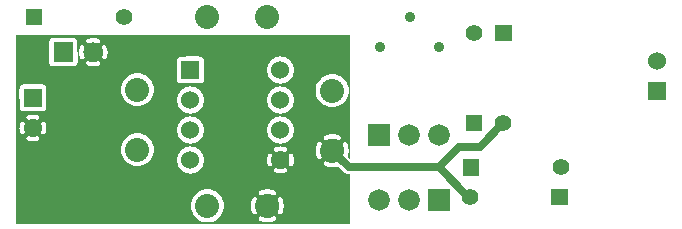
<source format=gbr>
G04 start of page 3 for group 1 idx 1 *
G04 Title: OpenTDCS, v4, solder *
G04 Creator: pcb 1.99z *
G04 CreationDate: Thu 16 May 2013 08:09:45 PM GMT UTC *
G04 For: nock *
G04 Format: Gerber/RS-274X *
G04 PCB-Dimensions (mil): 2250.00 850.00 *
G04 PCB-Coordinate-Origin: lower left *
%MOIN*%
%FSLAX25Y25*%
%LNBOTTOM*%
%ADD40C,0.0420*%
%ADD39C,0.0200*%
%ADD38C,0.0430*%
%ADD37C,0.0300*%
%ADD36C,0.0380*%
%ADD35C,0.0350*%
%ADD34C,0.0280*%
%ADD33C,0.0720*%
%ADD32C,0.0360*%
%ADD31C,0.0650*%
%ADD30C,0.0550*%
%ADD29C,0.0800*%
%ADD28C,0.0600*%
%ADD27C,0.0250*%
%ADD26C,0.0001*%
G54D26*G36*
X109243Y28362D02*X109999Y27606D01*
X109999Y27606D01*
X109627Y27553D01*
X109252Y27535D01*
X109243Y27536D01*
Y28362D01*
G37*
G36*
Y70236D02*X115157D01*
Y28812D01*
X114394Y29575D01*
X114541Y30004D01*
X114661Y30507D01*
X114734Y31019D01*
X114758Y31535D01*
X114734Y32052D01*
X114661Y32564D01*
X114541Y33066D01*
X114374Y33556D01*
X114162Y34027D01*
X114101Y34129D01*
X114024Y34219D01*
X113934Y34296D01*
X113832Y34359D01*
X113723Y34404D01*
X113607Y34432D01*
X113489Y34442D01*
X113371Y34433D01*
X113255Y34405D01*
X113145Y34360D01*
X113044Y34298D01*
X112954Y34221D01*
X112876Y34131D01*
X112814Y34030D01*
X112768Y33920D01*
X112741Y33805D01*
X112731Y33686D01*
X112740Y33568D01*
X112768Y33452D01*
X112815Y33344D01*
X112973Y33003D01*
X113094Y32648D01*
X113182Y32282D01*
X113234Y31911D01*
X113252Y31535D01*
X113234Y31160D01*
X113182Y30788D01*
X113181Y30788D01*
X110843Y33126D01*
X110579Y33361D01*
X110277Y33546D01*
X109949Y33682D01*
X109605Y33765D01*
X109252Y33792D01*
X109243Y33792D01*
Y35535D01*
X109252Y35535D01*
X109627Y35518D01*
X109999Y35465D01*
X110364Y35378D01*
X110720Y35256D01*
X111062Y35102D01*
X111170Y35055D01*
X111285Y35028D01*
X111403Y35019D01*
X111520Y35028D01*
X111635Y35056D01*
X111744Y35101D01*
X111845Y35163D01*
X111934Y35240D01*
X112011Y35330D01*
X112072Y35431D01*
X112117Y35540D01*
X112145Y35655D01*
X112154Y35772D01*
X112144Y35890D01*
X112117Y36005D01*
X112071Y36114D01*
X112009Y36214D01*
X111933Y36304D01*
X111843Y36381D01*
X111741Y36440D01*
X111272Y36657D01*
X110783Y36824D01*
X110280Y36945D01*
X109768Y37017D01*
X109252Y37042D01*
X109243Y37041D01*
Y46019D01*
X109252Y46018D01*
X110115Y46086D01*
X110957Y46288D01*
X111757Y46620D01*
X112495Y47072D01*
X113153Y47634D01*
X113715Y48293D01*
X114168Y49031D01*
X114499Y49831D01*
X114701Y50672D01*
X114752Y51535D01*
X114701Y52398D01*
X114499Y53240D01*
X114168Y54040D01*
X113715Y54778D01*
X113153Y55437D01*
X112495Y55999D01*
X111757Y56451D01*
X110957Y56782D01*
X110115Y56984D01*
X109252Y57052D01*
X109243Y57052D01*
Y70236D01*
G37*
G36*
X115157Y7244D02*X109243D01*
Y26030D01*
X109252Y26029D01*
X109768Y26054D01*
X110280Y26126D01*
X110783Y26246D01*
X111212Y26393D01*
X113189Y24416D01*
X113247Y24349D01*
X113516Y24119D01*
X113516Y24119D01*
X113703Y24004D01*
X113818Y23934D01*
X114145Y23798D01*
X114489Y23716D01*
X114489D01*
X114843Y23688D01*
X114931Y23695D01*
X115157D01*
Y7244D01*
G37*
G36*
X104759Y70236D02*X109243D01*
Y57052D01*
X108389Y56984D01*
X107547Y56782D01*
X106747Y56451D01*
X106009Y55999D01*
X105351Y55437D01*
X104789Y54778D01*
X104759Y54731D01*
Y70236D01*
G37*
G36*
X109243Y7244D02*X104759D01*
Y28676D01*
X104781Y28667D01*
X104897Y28639D01*
X105015Y28629D01*
X105133Y28638D01*
X105249Y28666D01*
X105359Y28711D01*
X105460Y28773D01*
X105550Y28850D01*
X105628Y28940D01*
X105690Y29041D01*
X105735Y29151D01*
X105763Y29266D01*
X105773Y29385D01*
X105764Y29503D01*
X105736Y29619D01*
X105689Y29727D01*
X105531Y30068D01*
X105410Y30423D01*
X105322Y30788D01*
X105270Y31160D01*
X105252Y31535D01*
X105270Y31911D01*
X105322Y32282D01*
X105410Y32648D01*
X105531Y33003D01*
X105685Y33346D01*
X105732Y33454D01*
X105759Y33569D01*
X105768Y33686D01*
X105759Y33804D01*
X105731Y33919D01*
X105686Y34028D01*
X105624Y34128D01*
X105547Y34218D01*
X105457Y34294D01*
X105357Y34356D01*
X105247Y34401D01*
X105133Y34428D01*
X105015Y34437D01*
X104897Y34428D01*
X104783Y34400D01*
X104759Y34390D01*
Y48340D01*
X104789Y48293D01*
X105351Y47634D01*
X106009Y47072D01*
X106747Y46620D01*
X107547Y46288D01*
X108389Y46086D01*
X109243Y46019D01*
Y37041D01*
X108736Y37017D01*
X108224Y36945D01*
X107721Y36824D01*
X107232Y36657D01*
X106760Y36445D01*
X106659Y36384D01*
X106568Y36307D01*
X106491Y36217D01*
X106429Y36116D01*
X106383Y36006D01*
X106355Y35891D01*
X106346Y35772D01*
X106355Y35654D01*
X106382Y35539D01*
X106428Y35429D01*
X106489Y35327D01*
X106566Y35237D01*
X106657Y35160D01*
X106758Y35098D01*
X106867Y35052D01*
X106983Y35024D01*
X107101Y35014D01*
X107220Y35024D01*
X107335Y35051D01*
X107444Y35098D01*
X107784Y35256D01*
X108140Y35378D01*
X108505Y35465D01*
X108877Y35518D01*
X109243Y35535D01*
Y33792D01*
X108899Y33765D01*
X108555Y33682D01*
X108227Y33546D01*
X107925Y33361D01*
X107656Y33131D01*
X107426Y32862D01*
X107241Y32560D01*
X107105Y32233D01*
X107023Y31888D01*
X106995Y31535D01*
X107023Y31182D01*
X107105Y30838D01*
X107241Y30511D01*
X107426Y30209D01*
X107661Y29944D01*
X109243Y28362D01*
Y27536D01*
X108877Y27553D01*
X108505Y27606D01*
X108140Y27693D01*
X107784Y27814D01*
X107442Y27968D01*
X107334Y28016D01*
X107219Y28043D01*
X107101Y28052D01*
X106984Y28042D01*
X106869Y28015D01*
X106760Y27969D01*
X106659Y27908D01*
X106570Y27831D01*
X106493Y27741D01*
X106432Y27640D01*
X106387Y27531D01*
X106359Y27416D01*
X106350Y27298D01*
X106360Y27181D01*
X106387Y27066D01*
X106433Y26957D01*
X106495Y26856D01*
X106571Y26767D01*
X106661Y26690D01*
X106763Y26631D01*
X107232Y26413D01*
X107721Y26246D01*
X108224Y26126D01*
X108736Y26054D01*
X109243Y26030D01*
Y7244D01*
G37*
G36*
X104759D02*X95621D01*
Y26278D01*
X95664Y26285D01*
X95776Y26323D01*
X95881Y26377D01*
X95976Y26447D01*
X96058Y26531D01*
X96127Y26627D01*
X96178Y26734D01*
X96326Y27141D01*
X96430Y27562D01*
X96492Y27992D01*
X96513Y28425D01*
X96492Y28859D01*
X96430Y29288D01*
X96326Y29709D01*
X96183Y30119D01*
X96130Y30225D01*
X96061Y30322D01*
X95978Y30406D01*
X95882Y30476D01*
X95777Y30531D01*
X95665Y30569D01*
X95621Y30576D01*
Y35727D01*
X95660Y35772D01*
X96030Y36376D01*
X96301Y37030D01*
X96466Y37719D01*
X96508Y38425D01*
X96466Y39131D01*
X96301Y39820D01*
X96030Y40474D01*
X95660Y41078D01*
X95621Y41124D01*
Y45727D01*
X95660Y45772D01*
X96030Y46376D01*
X96301Y47030D01*
X96466Y47719D01*
X96508Y48425D01*
X96466Y49131D01*
X96301Y49820D01*
X96030Y50474D01*
X95660Y51078D01*
X95621Y51124D01*
Y55727D01*
X95660Y55772D01*
X96030Y56376D01*
X96301Y57030D01*
X96466Y57719D01*
X96508Y58425D01*
X96466Y59131D01*
X96301Y59820D01*
X96030Y60474D01*
X95660Y61078D01*
X95621Y61124D01*
Y70236D01*
X104759D01*
Y54731D01*
X104336Y54040D01*
X104005Y53240D01*
X103803Y52398D01*
X103735Y51535D01*
X103803Y50672D01*
X104005Y49831D01*
X104336Y49031D01*
X104759Y48340D01*
Y34390D01*
X104674Y34355D01*
X104573Y34293D01*
X104483Y34216D01*
X104407Y34126D01*
X104347Y34024D01*
X104130Y33556D01*
X103963Y33066D01*
X103843Y32564D01*
X103770Y32052D01*
X103746Y31535D01*
X103770Y31019D01*
X103843Y30507D01*
X103963Y30004D01*
X104130Y29515D01*
X104342Y29044D01*
X104403Y28942D01*
X104480Y28852D01*
X104570Y28774D01*
X104672Y28712D01*
X104759Y28676D01*
Y7244D01*
G37*
G36*
X95621Y61124D02*X95200Y61617D01*
X94661Y62077D01*
X94057Y62447D01*
X93403Y62718D01*
X92714Y62884D01*
X92010Y62939D01*
Y70236D01*
X95621D01*
Y61124D01*
G37*
G36*
Y51124D02*X95200Y51617D01*
X94661Y52077D01*
X94057Y52447D01*
X93403Y52718D01*
X92714Y52884D01*
X92010Y52939D01*
Y53911D01*
X92714Y53967D01*
X93403Y54132D01*
X94057Y54403D01*
X94661Y54773D01*
X95200Y55233D01*
X95621Y55727D01*
Y51124D01*
G37*
G36*
Y41124D02*X95200Y41617D01*
X94661Y42077D01*
X94057Y42447D01*
X93403Y42718D01*
X92714Y42884D01*
X92010Y42939D01*
Y43911D01*
X92714Y43967D01*
X93403Y44132D01*
X94057Y44403D01*
X94661Y44773D01*
X95200Y45233D01*
X95621Y45727D01*
Y41124D01*
G37*
G36*
Y7244D02*X92010D01*
Y10271D01*
X92068Y10285D01*
X92177Y10330D01*
X92277Y10392D01*
X92367Y10469D01*
X92444Y10559D01*
X92503Y10661D01*
X92720Y11129D01*
X92887Y11619D01*
X93008Y12121D01*
X93080Y12633D01*
X93104Y13150D01*
X93080Y13666D01*
X93008Y14178D01*
X92887Y14681D01*
X92720Y15170D01*
X92508Y15641D01*
X92447Y15743D01*
X92370Y15833D01*
X92280Y15911D01*
X92179Y15973D01*
X92069Y16018D01*
X92010Y16033D01*
Y23920D01*
X92441Y23941D01*
X92871Y24003D01*
X93292Y24107D01*
X93702Y24250D01*
X93808Y24303D01*
X93904Y24372D01*
X93989Y24455D01*
X94059Y24551D01*
X94114Y24656D01*
X94151Y24768D01*
X94171Y24885D01*
X94171Y25004D01*
X94154Y25121D01*
X94118Y25234D01*
X94065Y25340D01*
X93996Y25437D01*
X93913Y25521D01*
X93817Y25592D01*
X93712Y25646D01*
X93599Y25684D01*
X93482Y25703D01*
X93364Y25704D01*
X93247Y25686D01*
X93134Y25648D01*
X92863Y25550D01*
X92582Y25481D01*
X92296Y25439D01*
X92010Y25425D01*
Y31425D01*
X92296Y31411D01*
X92582Y31370D01*
X92863Y31301D01*
X93136Y31205D01*
X93247Y31167D01*
X93364Y31150D01*
X93482Y31151D01*
X93599Y31170D01*
X93711Y31207D01*
X93815Y31262D01*
X93910Y31332D01*
X93993Y31416D01*
X94062Y31512D01*
X94115Y31617D01*
X94150Y31730D01*
X94168Y31847D01*
X94167Y31965D01*
X94148Y32081D01*
X94111Y32193D01*
X94056Y32298D01*
X93986Y32393D01*
X93902Y32476D01*
X93806Y32544D01*
X93700Y32595D01*
X93292Y32744D01*
X92871Y32847D01*
X92441Y32910D01*
X92010Y32930D01*
Y33911D01*
X92714Y33967D01*
X93403Y34132D01*
X94057Y34403D01*
X94661Y34773D01*
X95200Y35233D01*
X95621Y35727D01*
Y30576D01*
X95548Y30588D01*
X95429Y30589D01*
X95312Y30571D01*
X95199Y30535D01*
X95093Y30482D01*
X94996Y30413D01*
X94912Y30330D01*
X94841Y30235D01*
X94787Y30129D01*
X94749Y30017D01*
X94730Y29900D01*
X94729Y29781D01*
X94747Y29664D01*
X94785Y29552D01*
X94883Y29280D01*
X94952Y29000D01*
X94994Y28714D01*
X95008Y28425D01*
X94994Y28137D01*
X94952Y27851D01*
X94883Y27570D01*
X94788Y27297D01*
X94750Y27186D01*
X94732Y27069D01*
X94733Y26951D01*
X94753Y26835D01*
X94790Y26723D01*
X94844Y26618D01*
X94914Y26523D01*
X94998Y26440D01*
X95094Y26371D01*
X95200Y26318D01*
X95313Y26283D01*
X95429Y26265D01*
X95547Y26266D01*
X95621Y26278D01*
Y7244D01*
G37*
G36*
X88395Y45727D02*X88816Y45233D01*
X89355Y44773D01*
X89959Y44403D01*
X90613Y44132D01*
X91302Y43967D01*
X92008Y43911D01*
X92010Y43911D01*
Y42939D01*
X92008Y42939D01*
X91302Y42884D01*
X90613Y42718D01*
X89959Y42447D01*
X89355Y42077D01*
X88816Y41617D01*
X88395Y41124D01*
Y45727D01*
G37*
G36*
Y55727D02*X88816Y55233D01*
X89355Y54773D01*
X89959Y54403D01*
X90613Y54132D01*
X91302Y53967D01*
X92008Y53911D01*
X92010Y53911D01*
Y52939D01*
X92008Y52939D01*
X91302Y52884D01*
X90613Y52718D01*
X89959Y52447D01*
X89355Y52077D01*
X88816Y51617D01*
X88395Y51124D01*
Y55727D01*
G37*
G36*
Y70236D02*X92010D01*
Y62939D01*
X92008Y62939D01*
X91302Y62884D01*
X90613Y62718D01*
X89959Y62447D01*
X89355Y62077D01*
X88816Y61617D01*
X88395Y61124D01*
Y70236D01*
G37*
G36*
X92010Y7244D02*X88395D01*
Y7708D01*
X88627Y7740D01*
X89129Y7861D01*
X89619Y8028D01*
X90090Y8240D01*
X90192Y8301D01*
X90282Y8378D01*
X90359Y8468D01*
X90422Y8569D01*
X90467Y8679D01*
X90495Y8794D01*
X90505Y8913D01*
X90496Y9031D01*
X90468Y9146D01*
X90423Y9256D01*
X90361Y9358D01*
X90284Y9448D01*
X90194Y9525D01*
X90093Y9588D01*
X89983Y9633D01*
X89868Y9661D01*
X89749Y9671D01*
X89631Y9661D01*
X89515Y9634D01*
X89407Y9587D01*
X89066Y9429D01*
X88711Y9307D01*
X88395Y9232D01*
Y17067D01*
X88711Y16992D01*
X89066Y16871D01*
X89409Y16717D01*
X89517Y16670D01*
X89632Y16642D01*
X89749Y16633D01*
X89867Y16643D01*
X89982Y16670D01*
X90091Y16716D01*
X90191Y16777D01*
X90281Y16854D01*
X90357Y16944D01*
X90419Y17045D01*
X90464Y17154D01*
X90491Y17269D01*
X90500Y17387D01*
X90491Y17504D01*
X90463Y17619D01*
X90418Y17728D01*
X90356Y17829D01*
X90279Y17918D01*
X90189Y17995D01*
X90087Y18054D01*
X89619Y18272D01*
X89129Y18439D01*
X88627Y18559D01*
X88395Y18592D01*
Y26275D01*
X88468Y26262D01*
X88587Y26262D01*
X88704Y26279D01*
X88817Y26315D01*
X88923Y26368D01*
X89020Y26437D01*
X89104Y26520D01*
X89174Y26616D01*
X89229Y26721D01*
X89267Y26834D01*
X89286Y26951D01*
X89287Y27069D01*
X89269Y27187D01*
X89231Y27299D01*
X89132Y27570D01*
X89063Y27851D01*
X89022Y28137D01*
X89008Y28425D01*
X89022Y28714D01*
X89063Y29000D01*
X89132Y29280D01*
X89228Y29553D01*
X89266Y29665D01*
X89283Y29781D01*
X89282Y29899D01*
X89263Y30016D01*
X89226Y30128D01*
X89171Y30233D01*
X89101Y30328D01*
X89017Y30411D01*
X88921Y30479D01*
X88816Y30532D01*
X88703Y30568D01*
X88586Y30585D01*
X88468Y30584D01*
X88395Y30572D01*
Y35727D01*
X88816Y35233D01*
X89355Y34773D01*
X89959Y34403D01*
X90613Y34132D01*
X91302Y33967D01*
X92008Y33911D01*
X92010Y33911D01*
Y32930D01*
X92008Y32930D01*
X91574Y32910D01*
X91145Y32847D01*
X90724Y32744D01*
X90314Y32600D01*
X90208Y32547D01*
X90111Y32478D01*
X90027Y32395D01*
X89957Y32300D01*
X89902Y32194D01*
X89865Y32082D01*
X89845Y31965D01*
X89844Y31846D01*
X89862Y31729D01*
X89898Y31616D01*
X89951Y31510D01*
X90020Y31413D01*
X90103Y31329D01*
X90199Y31259D01*
X90304Y31204D01*
X90416Y31167D01*
X90533Y31147D01*
X90652Y31146D01*
X90769Y31164D01*
X90881Y31202D01*
X91153Y31301D01*
X91433Y31370D01*
X91719Y31411D01*
X92008Y31425D01*
X92010Y31425D01*
Y25425D01*
X92008Y25425D01*
X91719Y25439D01*
X91433Y25481D01*
X91153Y25550D01*
X90880Y25645D01*
X90768Y25683D01*
X90652Y25701D01*
X90534Y25700D01*
X90417Y25680D01*
X90305Y25643D01*
X90200Y25589D01*
X90105Y25519D01*
X90023Y25435D01*
X89954Y25339D01*
X89901Y25233D01*
X89865Y25121D01*
X89848Y25004D01*
X89849Y24886D01*
X89868Y24769D01*
X89905Y24657D01*
X89960Y24553D01*
X90030Y24458D01*
X90114Y24375D01*
X90210Y24306D01*
X90316Y24255D01*
X90724Y24107D01*
X91145Y24003D01*
X91574Y23941D01*
X92008Y23920D01*
X92010Y23920D01*
Y16033D01*
X91954Y16046D01*
X91835Y16056D01*
X91717Y16047D01*
X91602Y16019D01*
X91492Y15974D01*
X91390Y15912D01*
X91300Y15835D01*
X91223Y15745D01*
X91161Y15644D01*
X91115Y15534D01*
X91087Y15419D01*
X91077Y15300D01*
X91087Y15182D01*
X91114Y15066D01*
X91161Y14958D01*
X91319Y14617D01*
X91441Y14262D01*
X91528Y13897D01*
X91581Y13525D01*
X91598Y13150D01*
X91581Y12774D01*
X91528Y12403D01*
X91441Y12037D01*
X91319Y11682D01*
X91165Y11339D01*
X91118Y11231D01*
X91091Y11117D01*
X91082Y10999D01*
X91091Y10881D01*
X91119Y10766D01*
X91164Y10657D01*
X91226Y10557D01*
X91303Y10467D01*
X91393Y10391D01*
X91494Y10329D01*
X91603Y10284D01*
X91718Y10257D01*
X91835Y10248D01*
X91953Y10257D01*
X92010Y10271D01*
Y7244D01*
G37*
G36*
X88395D02*X83106D01*
Y10290D01*
X83128Y10281D01*
X83243Y10253D01*
X83361Y10243D01*
X83480Y10252D01*
X83595Y10280D01*
X83705Y10325D01*
X83806Y10387D01*
X83897Y10464D01*
X83974Y10554D01*
X84036Y10655D01*
X84082Y10765D01*
X84110Y10880D01*
X84119Y10999D01*
X84110Y11117D01*
X84083Y11233D01*
X84035Y11341D01*
X83877Y11682D01*
X83756Y12037D01*
X83669Y12403D01*
X83616Y12774D01*
X83598Y13150D01*
X83616Y13525D01*
X83669Y13897D01*
X83756Y14262D01*
X83877Y14617D01*
X84031Y14960D01*
X84078Y15068D01*
X84106Y15183D01*
X84115Y15300D01*
X84105Y15418D01*
X84078Y15533D01*
X84032Y15642D01*
X83971Y15742D01*
X83894Y15832D01*
X83804Y15909D01*
X83703Y15970D01*
X83594Y16015D01*
X83479Y16042D01*
X83361Y16051D01*
X83244Y16042D01*
X83129Y16014D01*
X83106Y16005D01*
Y70236D01*
X88395D01*
Y61124D01*
X88356Y61078D01*
X87986Y60474D01*
X87715Y59820D01*
X87550Y59131D01*
X87494Y58425D01*
X87550Y57719D01*
X87715Y57030D01*
X87986Y56376D01*
X88356Y55772D01*
X88395Y55727D01*
Y51124D01*
X88356Y51078D01*
X87986Y50474D01*
X87715Y49820D01*
X87550Y49131D01*
X87494Y48425D01*
X87550Y47719D01*
X87715Y47030D01*
X87986Y46376D01*
X88356Y45772D01*
X88395Y45727D01*
Y41124D01*
X88356Y41078D01*
X87986Y40474D01*
X87715Y39820D01*
X87550Y39131D01*
X87494Y38425D01*
X87550Y37719D01*
X87715Y37030D01*
X87986Y36376D01*
X88356Y35772D01*
X88395Y35727D01*
Y30572D01*
X88352Y30565D01*
X88240Y30528D01*
X88135Y30473D01*
X88040Y30403D01*
X87957Y30319D01*
X87889Y30223D01*
X87838Y30117D01*
X87690Y29709D01*
X87586Y29288D01*
X87524Y28859D01*
X87503Y28425D01*
X87524Y27992D01*
X87586Y27562D01*
X87690Y27141D01*
X87833Y26732D01*
X87886Y26625D01*
X87955Y26529D01*
X88038Y26444D01*
X88133Y26374D01*
X88239Y26319D01*
X88351Y26282D01*
X88395Y26275D01*
Y18592D01*
X88115Y18631D01*
X87598Y18656D01*
X87082Y18631D01*
X86570Y18559D01*
X86067Y18439D01*
X85578Y18272D01*
X85107Y18060D01*
X85005Y17998D01*
X84915Y17921D01*
X84837Y17831D01*
X84775Y17730D01*
X84730Y17620D01*
X84702Y17505D01*
X84692Y17387D01*
X84701Y17268D01*
X84729Y17153D01*
X84774Y17043D01*
X84836Y16942D01*
X84913Y16851D01*
X85003Y16774D01*
X85104Y16712D01*
X85214Y16666D01*
X85329Y16638D01*
X85448Y16629D01*
X85566Y16638D01*
X85682Y16665D01*
X85790Y16713D01*
X86131Y16871D01*
X86486Y16992D01*
X86851Y17079D01*
X87223Y17132D01*
X87598Y17150D01*
X87974Y17132D01*
X88345Y17079D01*
X88395Y17067D01*
Y9232D01*
X88345Y9220D01*
X87974Y9167D01*
X87598Y9150D01*
X87223Y9167D01*
X86851Y9220D01*
X86486Y9307D01*
X86131Y9429D01*
X85788Y9583D01*
X85680Y9630D01*
X85565Y9657D01*
X85448Y9666D01*
X85330Y9657D01*
X85215Y9629D01*
X85106Y9584D01*
X85006Y9522D01*
X84916Y9445D01*
X84840Y9355D01*
X84778Y9254D01*
X84733Y9145D01*
X84706Y9030D01*
X84697Y8913D01*
X84706Y8795D01*
X84734Y8680D01*
X84779Y8571D01*
X84841Y8471D01*
X84918Y8381D01*
X85008Y8304D01*
X85109Y8245D01*
X85578Y8028D01*
X86067Y7861D01*
X86570Y7740D01*
X87082Y7668D01*
X87598Y7644D01*
X88115Y7668D01*
X88395Y7708D01*
Y7244D01*
G37*
G36*
X83106D02*X67590D01*
Y7633D01*
X67598Y7633D01*
X68461Y7701D01*
X69303Y7903D01*
X70103Y8234D01*
X70841Y8686D01*
X71500Y9249D01*
X72062Y9907D01*
X72514Y10645D01*
X72845Y11445D01*
X73047Y12287D01*
X73098Y13150D01*
X73047Y14013D01*
X72845Y14854D01*
X72514Y15654D01*
X72062Y16392D01*
X71500Y17051D01*
X70841Y17613D01*
X70103Y18065D01*
X69303Y18397D01*
X68461Y18599D01*
X67598Y18667D01*
X67590Y18666D01*
Y70236D01*
X83106D01*
Y16005D01*
X83020Y15969D01*
X82919Y15907D01*
X82830Y15830D01*
X82753Y15740D01*
X82694Y15639D01*
X82476Y15170D01*
X82309Y14681D01*
X82189Y14178D01*
X82117Y13666D01*
X82092Y13150D01*
X82117Y12633D01*
X82189Y12121D01*
X82309Y11619D01*
X82476Y11129D01*
X82688Y10658D01*
X82750Y10556D01*
X82827Y10466D01*
X82917Y10389D01*
X83018Y10326D01*
X83106Y10290D01*
Y7244D01*
G37*
G36*
X67590D02*X62008D01*
Y23911D01*
X62714Y23967D01*
X63403Y24132D01*
X64057Y24403D01*
X64661Y24773D01*
X65200Y25233D01*
X65660Y25772D01*
X66030Y26376D01*
X66301Y27030D01*
X66466Y27719D01*
X66508Y28425D01*
X66466Y29131D01*
X66301Y29820D01*
X66030Y30474D01*
X65660Y31078D01*
X65200Y31617D01*
X64661Y32077D01*
X64057Y32447D01*
X63403Y32718D01*
X62714Y32884D01*
X62008Y32939D01*
Y33911D01*
X62714Y33967D01*
X63403Y34132D01*
X64057Y34403D01*
X64661Y34773D01*
X65200Y35233D01*
X65660Y35772D01*
X66030Y36376D01*
X66301Y37030D01*
X66466Y37719D01*
X66508Y38425D01*
X66466Y39131D01*
X66301Y39820D01*
X66030Y40474D01*
X65660Y41078D01*
X65200Y41617D01*
X64661Y42077D01*
X64057Y42447D01*
X63403Y42718D01*
X62714Y42884D01*
X62008Y42939D01*
Y43911D01*
X62714Y43967D01*
X63403Y44132D01*
X64057Y44403D01*
X64661Y44773D01*
X65200Y45233D01*
X65660Y45772D01*
X66030Y46376D01*
X66301Y47030D01*
X66466Y47719D01*
X66508Y48425D01*
X66466Y49131D01*
X66301Y49820D01*
X66030Y50474D01*
X65660Y51078D01*
X65200Y51617D01*
X64661Y52077D01*
X64057Y52447D01*
X63403Y52718D01*
X62714Y52884D01*
X62008Y52939D01*
Y53932D01*
X65243Y53939D01*
X65473Y53994D01*
X65691Y54085D01*
X65892Y54208D01*
X66072Y54361D01*
X66225Y54541D01*
X66349Y54742D01*
X66439Y54960D01*
X66494Y55190D01*
X66508Y55425D01*
X66494Y61661D01*
X66439Y61890D01*
X66349Y62108D01*
X66225Y62310D01*
X66072Y62489D01*
X65892Y62642D01*
X65691Y62766D01*
X65473Y62856D01*
X65243Y62911D01*
X65008Y62925D01*
X62008Y62919D01*
Y70236D01*
X67590D01*
Y18666D01*
X66735Y18599D01*
X65894Y18397D01*
X65094Y18065D01*
X64356Y17613D01*
X63697Y17051D01*
X63135Y16392D01*
X62683Y15654D01*
X62351Y14854D01*
X62149Y14013D01*
X62081Y13150D01*
X62149Y12287D01*
X62351Y11445D01*
X62683Y10645D01*
X63135Y9907D01*
X63697Y9249D01*
X64356Y8686D01*
X65094Y8234D01*
X65894Y7903D01*
X66735Y7701D01*
X67590Y7633D01*
Y7244D01*
G37*
G36*
X62008D02*X44283D01*
Y26334D01*
X44291Y26333D01*
X45154Y26401D01*
X45996Y26603D01*
X46796Y26935D01*
X47534Y27387D01*
X48192Y27949D01*
X48755Y28608D01*
X49207Y29346D01*
X49538Y30146D01*
X49740Y30987D01*
X49791Y31850D01*
X49740Y32713D01*
X49538Y33555D01*
X49207Y34355D01*
X48755Y35093D01*
X48192Y35751D01*
X47534Y36314D01*
X46796Y36766D01*
X45996Y37097D01*
X45154Y37299D01*
X44291Y37367D01*
X44283Y37367D01*
Y46334D01*
X44291Y46333D01*
X45154Y46401D01*
X45996Y46603D01*
X46796Y46935D01*
X47534Y47387D01*
X48192Y47949D01*
X48755Y48608D01*
X49207Y49346D01*
X49538Y50146D01*
X49740Y50987D01*
X49791Y51850D01*
X49740Y52713D01*
X49538Y53555D01*
X49207Y54355D01*
X48755Y55093D01*
X48192Y55751D01*
X47534Y56314D01*
X46796Y56766D01*
X45996Y57097D01*
X45154Y57299D01*
X44291Y57367D01*
X44283Y57367D01*
Y70236D01*
X62008D01*
Y62919D01*
X58772Y62911D01*
X58543Y62856D01*
X58325Y62766D01*
X58123Y62642D01*
X57944Y62489D01*
X57791Y62310D01*
X57667Y62108D01*
X57577Y61890D01*
X57522Y61661D01*
X57508Y61425D01*
X57522Y55190D01*
X57577Y54960D01*
X57667Y54742D01*
X57791Y54541D01*
X57944Y54361D01*
X58123Y54208D01*
X58325Y54085D01*
X58543Y53994D01*
X58772Y53939D01*
X59008Y53925D01*
X62008Y53932D01*
Y52939D01*
X61302Y52884D01*
X60613Y52718D01*
X59959Y52447D01*
X59355Y52077D01*
X58816Y51617D01*
X58356Y51078D01*
X57986Y50474D01*
X57715Y49820D01*
X57550Y49131D01*
X57494Y48425D01*
X57550Y47719D01*
X57715Y47030D01*
X57986Y46376D01*
X58356Y45772D01*
X58816Y45233D01*
X59355Y44773D01*
X59959Y44403D01*
X60613Y44132D01*
X61302Y43967D01*
X62008Y43911D01*
Y42939D01*
X61302Y42884D01*
X60613Y42718D01*
X59959Y42447D01*
X59355Y42077D01*
X58816Y41617D01*
X58356Y41078D01*
X57986Y40474D01*
X57715Y39820D01*
X57550Y39131D01*
X57494Y38425D01*
X57550Y37719D01*
X57715Y37030D01*
X57986Y36376D01*
X58356Y35772D01*
X58816Y35233D01*
X59355Y34773D01*
X59959Y34403D01*
X60613Y34132D01*
X61302Y33967D01*
X62008Y33911D01*
Y32939D01*
X61302Y32884D01*
X60613Y32718D01*
X59959Y32447D01*
X59355Y32077D01*
X58816Y31617D01*
X58356Y31078D01*
X57986Y30474D01*
X57715Y29820D01*
X57550Y29131D01*
X57494Y28425D01*
X57550Y27719D01*
X57715Y27030D01*
X57986Y26376D01*
X58356Y25772D01*
X58816Y25233D01*
X59355Y24773D01*
X59959Y24403D01*
X60613Y24132D01*
X61302Y23967D01*
X62008Y23911D01*
Y7244D01*
G37*
G36*
X44283D02*X33438D01*
Y62001D01*
X33550Y62035D01*
X33656Y62087D01*
X33753Y62154D01*
X33837Y62236D01*
X33909Y62330D01*
X33962Y62436D01*
X34121Y62839D01*
X34238Y63256D01*
X34317Y63682D01*
X34356Y64114D01*
Y64547D01*
X34317Y64979D01*
X34238Y65405D01*
X34121Y65823D01*
X33966Y66228D01*
X33911Y66333D01*
X33840Y66427D01*
X33755Y66510D01*
X33658Y66578D01*
X33551Y66630D01*
X33438Y66664D01*
Y70236D01*
X44283D01*
Y57367D01*
X43428Y57299D01*
X42587Y57097D01*
X41787Y56766D01*
X41049Y56314D01*
X40390Y55751D01*
X39828Y55093D01*
X39376Y54355D01*
X39044Y53555D01*
X38842Y52713D01*
X38774Y51850D01*
X38842Y50987D01*
X39044Y50146D01*
X39376Y49346D01*
X39828Y48608D01*
X40390Y47949D01*
X41049Y47387D01*
X41787Y46935D01*
X42587Y46603D01*
X43428Y46401D01*
X44283Y46334D01*
Y37367D01*
X43428Y37299D01*
X42587Y37097D01*
X41787Y36766D01*
X41049Y36314D01*
X40390Y35751D01*
X39828Y35093D01*
X39376Y34355D01*
X39044Y33555D01*
X38842Y32713D01*
X38774Y31850D01*
X38842Y30987D01*
X39044Y30146D01*
X39376Y29346D01*
X39828Y28608D01*
X40390Y27949D01*
X41049Y27387D01*
X41787Y26935D01*
X42587Y26603D01*
X43428Y26401D01*
X44283Y26334D01*
Y7244D01*
G37*
G36*
X33438D02*X29608D01*
Y59581D01*
X29823D01*
X30255Y59620D01*
X30681Y59699D01*
X31098Y59816D01*
X31503Y59971D01*
X31608Y60026D01*
X31703Y60097D01*
X31785Y60182D01*
X31853Y60279D01*
X31905Y60386D01*
X31940Y60499D01*
X31957Y60617D01*
X31954Y60735D01*
X31934Y60852D01*
X31895Y60964D01*
X31839Y61069D01*
X31768Y61164D01*
X31683Y61246D01*
X31586Y61314D01*
X31479Y61366D01*
X31366Y61401D01*
X31248Y61417D01*
X31130Y61415D01*
X31013Y61394D01*
X30902Y61354D01*
X30626Y61245D01*
X30341Y61165D01*
X30050Y61111D01*
X29754Y61084D01*
X29608D01*
Y67577D01*
X29754D01*
X30050Y67550D01*
X30341Y67497D01*
X30626Y67417D01*
X30903Y67311D01*
X31014Y67270D01*
X31130Y67250D01*
X31248Y67248D01*
X31365Y67264D01*
X31478Y67299D01*
X31584Y67350D01*
X31681Y67418D01*
X31766Y67500D01*
X31837Y67594D01*
X31892Y67698D01*
X31930Y67810D01*
X31951Y67926D01*
X31953Y68044D01*
X31937Y68161D01*
X31902Y68274D01*
X31850Y68380D01*
X31783Y68477D01*
X31701Y68562D01*
X31607Y68633D01*
X31501Y68686D01*
X31098Y68845D01*
X30681Y68963D01*
X30255Y69041D01*
X29823Y69081D01*
X29608D01*
Y70236D01*
X33438D01*
Y66664D01*
X33438Y66664D01*
X33320Y66681D01*
X33202Y66679D01*
X33085Y66658D01*
X32973Y66620D01*
X32868Y66564D01*
X32773Y66492D01*
X32691Y66407D01*
X32623Y66310D01*
X32571Y66203D01*
X32536Y66090D01*
X32520Y65973D01*
X32522Y65854D01*
X32543Y65737D01*
X32583Y65626D01*
X32692Y65351D01*
X32772Y65065D01*
X32826Y64774D01*
X32853Y64479D01*
Y64183D01*
X32826Y63887D01*
X32772Y63596D01*
X32692Y63311D01*
X32586Y63034D01*
X32546Y62923D01*
X32525Y62807D01*
X32523Y62689D01*
X32540Y62572D01*
X32574Y62459D01*
X32626Y62353D01*
X32694Y62256D01*
X32776Y62171D01*
X32870Y62100D01*
X32974Y62045D01*
X33086Y62007D01*
X33202Y61986D01*
X33320Y61984D01*
X33437Y62000D01*
X33438Y62001D01*
Y7244D01*
G37*
G36*
X29608D02*X25775D01*
Y61997D01*
X25775Y61997D01*
X25893Y61981D01*
X26011Y61983D01*
X26128Y62003D01*
X26240Y62042D01*
X26345Y62098D01*
X26439Y62169D01*
X26522Y62254D01*
X26590Y62351D01*
X26642Y62458D01*
X26676Y62571D01*
X26693Y62689D01*
X26691Y62807D01*
X26670Y62924D01*
X26629Y63035D01*
X26520Y63311D01*
X26440Y63596D01*
X26387Y63887D01*
X26360Y64183D01*
Y64479D01*
X26387Y64774D01*
X26440Y65065D01*
X26520Y65351D01*
X26626Y65627D01*
X26667Y65738D01*
X26687Y65854D01*
X26689Y65972D01*
X26673Y66089D01*
X26638Y66202D01*
X26587Y66308D01*
X26519Y66405D01*
X26437Y66490D01*
X26343Y66561D01*
X26239Y66616D01*
X26127Y66655D01*
X26011Y66675D01*
X25893Y66678D01*
X25776Y66661D01*
X25775Y66661D01*
Y70236D01*
X29608D01*
Y69081D01*
X29390D01*
X28958Y69041D01*
X28532Y68963D01*
X28114Y68845D01*
X27709Y68691D01*
X27604Y68636D01*
X27510Y68564D01*
X27427Y68479D01*
X27359Y68382D01*
X27307Y68275D01*
X27273Y68162D01*
X27256Y68045D01*
X27258Y67926D01*
X27279Y67809D01*
X27317Y67697D01*
X27373Y67592D01*
X27445Y67498D01*
X27530Y67415D01*
X27627Y67347D01*
X27734Y67295D01*
X27847Y67261D01*
X27964Y67244D01*
X28083Y67246D01*
X28200Y67267D01*
X28311Y67308D01*
X28586Y67417D01*
X28872Y67497D01*
X29163Y67550D01*
X29458Y67577D01*
X29608D01*
Y61084D01*
X29458D01*
X29163Y61111D01*
X28872Y61165D01*
X28586Y61245D01*
X28310Y61351D01*
X28199Y61391D01*
X28083Y61412D01*
X27965Y61414D01*
X27848Y61397D01*
X27735Y61363D01*
X27629Y61311D01*
X27532Y61243D01*
X27447Y61161D01*
X27376Y61067D01*
X27321Y60963D01*
X27282Y60851D01*
X27262Y60735D01*
X27259Y60617D01*
X27276Y60500D01*
X27310Y60387D01*
X27362Y60281D01*
X27430Y60184D01*
X27512Y60100D01*
X27606Y60028D01*
X27711Y59975D01*
X28114Y59816D01*
X28532Y59699D01*
X28958Y59620D01*
X29390Y59581D01*
X29608D01*
Y7244D01*
G37*
G36*
X25775D02*X19606D01*
Y59587D01*
X23092Y59595D01*
X23321Y59650D01*
X23539Y59740D01*
X23741Y59863D01*
X23920Y60017D01*
X24074Y60196D01*
X24197Y60398D01*
X24287Y60616D01*
X24342Y60845D01*
X24356Y61081D01*
X24342Y67816D01*
X24287Y68046D01*
X24197Y68264D01*
X24074Y68465D01*
X23920Y68645D01*
X23741Y68798D01*
X23539Y68921D01*
X23321Y69012D01*
X23092Y69067D01*
X22856Y69081D01*
X19606Y69074D01*
Y70236D01*
X25775D01*
Y66661D01*
X25663Y66627D01*
X25557Y66575D01*
X25460Y66507D01*
X25375Y66425D01*
X25304Y66331D01*
X25251Y66226D01*
X25092Y65823D01*
X24974Y65405D01*
X24896Y64979D01*
X24856Y64547D01*
Y64114D01*
X24896Y63682D01*
X24974Y63256D01*
X25092Y62839D01*
X25246Y62434D01*
X25301Y62329D01*
X25373Y62234D01*
X25458Y62152D01*
X25555Y62084D01*
X25662Y62032D01*
X25775Y61997D01*
Y7244D01*
G37*
G36*
X19606D02*X13121D01*
Y36948D01*
X13164Y36955D01*
X13276Y36992D01*
X13381Y37047D01*
X13476Y37117D01*
X13558Y37201D01*
X13627Y37297D01*
X13678Y37403D01*
X13826Y37811D01*
X13930Y38232D01*
X13992Y38661D01*
X14013Y39095D01*
X13992Y39528D01*
X13930Y39958D01*
X13826Y40379D01*
X13683Y40789D01*
X13630Y40895D01*
X13561Y40991D01*
X13478Y41076D01*
X13382Y41146D01*
X13277Y41201D01*
X13165Y41238D01*
X13121Y41245D01*
Y44725D01*
X13191Y44754D01*
X13392Y44878D01*
X13572Y45031D01*
X13725Y45210D01*
X13849Y45412D01*
X13939Y45630D01*
X13994Y45860D01*
X14008Y46095D01*
X13994Y52330D01*
X13939Y52560D01*
X13849Y52778D01*
X13725Y52979D01*
X13572Y53159D01*
X13392Y53312D01*
X13191Y53436D01*
X13121Y53464D01*
Y70236D01*
X19606D01*
Y69074D01*
X16121Y69067D01*
X15891Y69012D01*
X15673Y68921D01*
X15472Y68798D01*
X15292Y68645D01*
X15139Y68465D01*
X15016Y68264D01*
X14925Y68046D01*
X14870Y67816D01*
X14856Y67581D01*
X14870Y60845D01*
X14925Y60616D01*
X15016Y60398D01*
X15139Y60196D01*
X15292Y60017D01*
X15472Y59863D01*
X15673Y59740D01*
X15891Y59650D01*
X16121Y59595D01*
X16356Y59581D01*
X19606Y59587D01*
Y7244D01*
G37*
G36*
X13121Y53464D02*X12973Y53526D01*
X12743Y53581D01*
X12508Y53595D01*
X9508Y53588D01*
Y70236D01*
X13121D01*
Y53464D01*
G37*
G36*
Y7244D02*X9508D01*
Y34590D01*
X9941Y34611D01*
X10371Y34673D01*
X10792Y34777D01*
X11202Y34920D01*
X11308Y34973D01*
X11404Y35042D01*
X11489Y35125D01*
X11559Y35220D01*
X11614Y35326D01*
X11651Y35438D01*
X11671Y35555D01*
X11671Y35674D01*
X11654Y35791D01*
X11618Y35904D01*
X11565Y36010D01*
X11496Y36107D01*
X11413Y36191D01*
X11317Y36261D01*
X11212Y36316D01*
X11099Y36354D01*
X10982Y36373D01*
X10864Y36374D01*
X10747Y36356D01*
X10634Y36318D01*
X10363Y36219D01*
X10082Y36150D01*
X9796Y36109D01*
X9508Y36095D01*
Y42095D01*
X9796Y42081D01*
X10082Y42039D01*
X10363Y41970D01*
X10636Y41875D01*
X10747Y41837D01*
X10864Y41819D01*
X10982Y41820D01*
X11099Y41840D01*
X11211Y41877D01*
X11315Y41931D01*
X11410Y42001D01*
X11493Y42085D01*
X11562Y42181D01*
X11615Y42287D01*
X11650Y42400D01*
X11668Y42516D01*
X11667Y42634D01*
X11648Y42751D01*
X11611Y42863D01*
X11556Y42968D01*
X11486Y43063D01*
X11402Y43145D01*
X11306Y43214D01*
X11200Y43265D01*
X10792Y43413D01*
X10371Y43517D01*
X9941Y43579D01*
X9508Y43600D01*
Y44602D01*
X12743Y44609D01*
X12973Y44664D01*
X13121Y44725D01*
Y41245D01*
X13048Y41258D01*
X12929Y41259D01*
X12812Y41241D01*
X12699Y41205D01*
X12593Y41152D01*
X12496Y41083D01*
X12412Y41000D01*
X12341Y40904D01*
X12287Y40799D01*
X12249Y40686D01*
X12230Y40569D01*
X12229Y40451D01*
X12247Y40334D01*
X12285Y40221D01*
X12383Y39950D01*
X12452Y39669D01*
X12494Y39383D01*
X12508Y39095D01*
X12494Y38806D01*
X12452Y38520D01*
X12383Y38240D01*
X12288Y37967D01*
X12250Y37855D01*
X12232Y37739D01*
X12233Y37621D01*
X12253Y37504D01*
X12290Y37392D01*
X12344Y37287D01*
X12414Y37192D01*
X12498Y37110D01*
X12594Y37041D01*
X12700Y36988D01*
X12813Y36952D01*
X12929Y36935D01*
X13047Y36936D01*
X13121Y36948D01*
Y7244D01*
G37*
G36*
X5895Y70236D02*X9508D01*
Y53588D01*
X6272Y53581D01*
X6043Y53526D01*
X5895Y53464D01*
Y70236D01*
G37*
G36*
X9508Y7244D02*X5895D01*
Y36944D01*
X5968Y36932D01*
X6087Y36931D01*
X6204Y36949D01*
X6317Y36985D01*
X6423Y37038D01*
X6520Y37107D01*
X6604Y37190D01*
X6674Y37286D01*
X6729Y37391D01*
X6767Y37503D01*
X6786Y37620D01*
X6787Y37739D01*
X6769Y37856D01*
X6731Y37968D01*
X6632Y38240D01*
X6563Y38520D01*
X6522Y38806D01*
X6508Y39095D01*
X6522Y39383D01*
X6563Y39669D01*
X6632Y39950D01*
X6728Y40223D01*
X6766Y40334D01*
X6783Y40451D01*
X6782Y40569D01*
X6763Y40686D01*
X6726Y40798D01*
X6671Y40902D01*
X6601Y40997D01*
X6517Y41080D01*
X6421Y41149D01*
X6316Y41202D01*
X6203Y41237D01*
X6086Y41255D01*
X5968Y41254D01*
X5895Y41242D01*
Y44725D01*
X6043Y44664D01*
X6272Y44609D01*
X6508Y44595D01*
X9508Y44602D01*
Y43600D01*
X9074Y43579D01*
X8645Y43517D01*
X8224Y43413D01*
X7814Y43270D01*
X7708Y43217D01*
X7611Y43148D01*
X7527Y43065D01*
X7457Y42969D01*
X7402Y42864D01*
X7365Y42752D01*
X7345Y42635D01*
X7344Y42516D01*
X7362Y42399D01*
X7398Y42286D01*
X7451Y42180D01*
X7520Y42083D01*
X7603Y41999D01*
X7699Y41928D01*
X7804Y41874D01*
X7916Y41836D01*
X8033Y41817D01*
X8152Y41816D01*
X8269Y41834D01*
X8381Y41872D01*
X8653Y41970D01*
X8933Y42039D01*
X9219Y42081D01*
X9508Y42095D01*
Y36095D01*
X9219Y36109D01*
X8933Y36150D01*
X8653Y36219D01*
X8380Y36315D01*
X8268Y36353D01*
X8152Y36370D01*
X8034Y36369D01*
X7917Y36350D01*
X7805Y36313D01*
X7700Y36259D01*
X7605Y36188D01*
X7523Y36104D01*
X7454Y36008D01*
X7401Y35903D01*
X7365Y35790D01*
X7348Y35674D01*
X7349Y35555D01*
X7368Y35439D01*
X7405Y35327D01*
X7460Y35222D01*
X7530Y35127D01*
X7614Y35044D01*
X7710Y34976D01*
X7816Y34925D01*
X8224Y34777D01*
X8645Y34673D01*
X9074Y34611D01*
X9508Y34590D01*
X9508D01*
Y7244D01*
G37*
G36*
X5895D02*X3937D01*
Y70236D01*
X5895D01*
Y53464D01*
X5825Y53436D01*
X5623Y53312D01*
X5444Y53159D01*
X5291Y52979D01*
X5167Y52778D01*
X5077Y52560D01*
X5022Y52330D01*
X5008Y52095D01*
X5022Y45860D01*
X5077Y45630D01*
X5167Y45412D01*
X5291Y45210D01*
X5444Y45031D01*
X5623Y44878D01*
X5825Y44754D01*
X5895Y44725D01*
Y41242D01*
X5852Y41235D01*
X5740Y41198D01*
X5635Y41143D01*
X5540Y41073D01*
X5457Y40989D01*
X5389Y40893D01*
X5338Y40787D01*
X5190Y40379D01*
X5086Y39958D01*
X5024Y39528D01*
X5003Y39095D01*
X5024Y38661D01*
X5086Y38232D01*
X5190Y37811D01*
X5333Y37401D01*
X5386Y37295D01*
X5455Y37199D01*
X5538Y37114D01*
X5633Y37044D01*
X5739Y36989D01*
X5851Y36952D01*
X5895Y36944D01*
Y7244D01*
G37*
G54D27*X144685Y25945D02*X114843D01*
X109252Y31535D01*
X155039Y16102D02*Y16575D01*
Y16102D02*X154528D01*
X144685Y25945D01*
X166339Y40709D02*X158465Y32835D01*
X151575D01*
X144685Y25945D01*
G54D26*G36*
X59008Y61425D02*Y55425D01*
X65008D01*
Y61425D01*
X59008D01*
G37*
G54D28*X62008Y48425D03*
Y38425D03*
Y28425D03*
X92008D03*
Y38425D03*
Y48425D03*
G54D29*X87598Y13150D03*
X67598D03*
X44291Y31850D03*
Y51850D03*
G54D26*G36*
X6508Y52095D02*Y46095D01*
X12508D01*
Y52095D01*
X6508D01*
G37*
G54D28*X9508Y39095D03*
G54D26*G36*
X7093Y78892D02*Y73392D01*
X12593D01*
Y78892D01*
X7093D01*
G37*
G54D30*X39843Y76142D03*
G54D29*X87598D03*
X67598D03*
G54D26*G36*
X16356Y67581D02*Y61081D01*
X22856D01*
Y67581D01*
X16356D01*
G37*
G54D31*X29606Y64331D03*
G54D26*G36*
X214520Y54535D02*Y48535D01*
X220520D01*
Y54535D01*
X214520D01*
G37*
G54D28*X217520Y61535D03*
X92008Y58425D03*
G54D29*X109252Y51535D03*
G54D32*X125190Y66235D03*
X144875D03*
X135033Y76078D03*
G54D30*X156496Y70709D03*
G54D26*G36*
X163589Y73459D02*Y67959D01*
X169089D01*
Y73459D01*
X163589D01*
G37*
G54D29*X109252Y31535D03*
G54D26*G36*
X121243Y40372D02*Y33172D01*
X128443D01*
Y40372D01*
X121243D01*
G37*
G36*
X141243Y18718D02*Y11518D01*
X148443D01*
Y18718D01*
X141243D01*
G37*
G36*
X182289Y18852D02*Y13352D01*
X187789D01*
Y18852D01*
X182289D01*
G37*
G54D30*X155039Y16102D03*
G54D33*X134843Y15118D03*
X124843D03*
X134843Y36772D03*
X144843D03*
G54D26*G36*
X153746Y43459D02*Y37959D01*
X159246D01*
Y43459D01*
X153746D01*
G37*
G54D30*X166339Y40709D03*
G54D26*G36*
X152762Y28695D02*Y23195D01*
X158262D01*
Y28695D01*
X152762D01*
G37*
G54D30*X185512Y25945D03*
G54D34*G54D35*G54D36*G54D37*G54D35*G54D38*G54D36*G54D34*G54D35*G54D39*G54D37*G54D35*G54D40*G54D37*G54D40*G54D37*M02*

</source>
